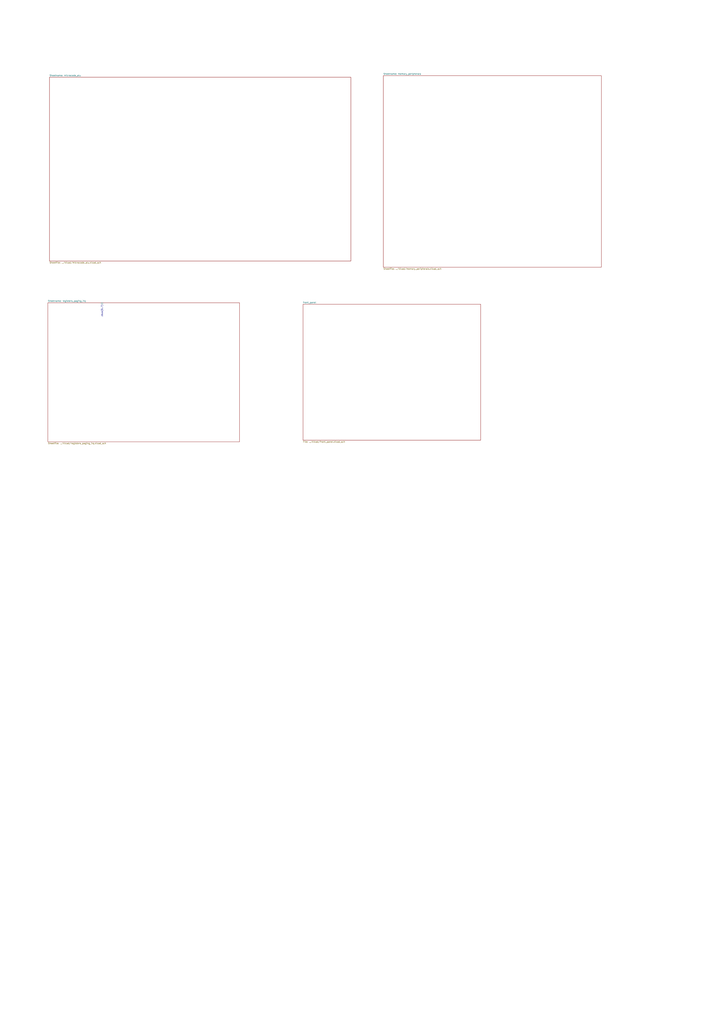
<source format=kicad_sch>
(kicad_sch
	(version 20231120)
	(generator "eeschema")
	(generator_version "8.0")
	(uuid "8dc530de-176d-4542-9ed1-97157904b8fd")
	(paper "A1" portrait)
	(lib_symbols)
	(sheet
		(at 40.64 63.5)
		(size 247.65 151.13)
		(fields_autoplaced yes)
		(stroke
			(width 0.1524)
			(type solid)
		)
		(fill
			(color 0 0 0 0.0000)
		)
		(uuid "6d82b379-17a4-433e-9e67-048f9ff9896a")
		(property "Sheetname" "microcode_alu"
			(at 40.64 62.7884 0)
			(show_name yes)
			(effects
				(font
					(size 1.27 1.27)
				)
				(justify left bottom)
			)
		)
		(property "Sheetfile" "../kicad/microcode_alu.kicad_sch"
			(at 40.64 215.2146 0)
			(show_name yes)
			(effects
				(font
					(size 1.27 1.27)
				)
				(justify left top)
			)
		)
		(instances
			(project "main"
				(path "/8dc530de-176d-4542-9ed1-97157904b8fd"
					(page "2")
				)
			)
		)
	)
	(sheet
		(at 39.37 248.92)
		(size 157.48 114.3)
		(fields_autoplaced yes)
		(stroke
			(width 0.1524)
			(type solid)
		)
		(fill
			(color 0 0 0 0.0000)
		)
		(uuid "9f2ca146-e135-4f03-bd24-d11dff48023e")
		(property "Sheetname" "registers_paging_irq"
			(at 39.37 248.2084 0)
			(show_name yes)
			(effects
				(font
					(size 1.27 1.27)
				)
				(justify left bottom)
			)
		)
		(property "Sheetfile" "../kicad/registers_paging_irq.kicad_sch"
			(at 39.37 363.8046 0)
			(show_name yes)
			(effects
				(font
					(size 1.27 1.27)
				)
				(justify left top)
			)
		)
		(pin "zbus[0..7]" input
			(at 83.82 248.92 90)
			(effects
				(font
					(size 1.27 1.27)
				)
				(justify right)
			)
			(uuid "74ada4a8-0d09-4c05-a7c1-c9e21fedcf0b")
		)
		(instances
			(project "main"
				(path "/8dc530de-176d-4542-9ed1-97157904b8fd"
					(page "3")
				)
			)
		)
	)
	(sheet
		(at 314.96 62.23)
		(size 179.07 157.48)
		(fields_autoplaced yes)
		(stroke
			(width 0.1524)
			(type solid)
		)
		(fill
			(color 0 0 0 0.0000)
		)
		(uuid "de1a6b02-d7d8-456e-b849-cd6cafea1125")
		(property "Sheetname" "memory_peripherals"
			(at 314.96 61.5184 0)
			(show_name yes)
			(effects
				(font
					(size 1.27 1.27)
				)
				(justify left bottom)
			)
		)
		(property "Sheetfile" "../kicad/memory_peripherals.kicad_sch"
			(at 314.96 220.2946 0)
			(show_name yes)
			(effects
				(font
					(size 1.27 1.27)
				)
				(justify left top)
			)
		)
		(instances
			(project "main"
				(path "/8dc530de-176d-4542-9ed1-97157904b8fd"
					(page "4")
				)
			)
		)
	)
	(sheet
		(at 248.92 250.19)
		(size 146.05 111.76)
		(fields_autoplaced yes)
		(stroke
			(width 0.1524)
			(type solid)
		)
		(fill
			(color 0 0 0 0.0000)
		)
		(uuid "f24c6437-f4bc-4a63-817f-e018368e200b")
		(property "Sheetname" "front_panel"
			(at 248.92 249.4784 0)
			(effects
				(font
					(size 1.27 1.27)
				)
				(justify left bottom)
			)
		)
		(property "Sheetfile" "../kicad/front_panel.kicad_sch"
			(at 248.92 362.5346 0)
			(effects
				(font
					(size 1.27 1.27)
				)
				(justify left top)
			)
		)
		(instances
			(project "main"
				(path "/8dc530de-176d-4542-9ed1-97157904b8fd"
					(page "5")
				)
			)
		)
	)
	(sheet_instances
		(path "/"
			(page "1")
		)
	)
)

</source>
